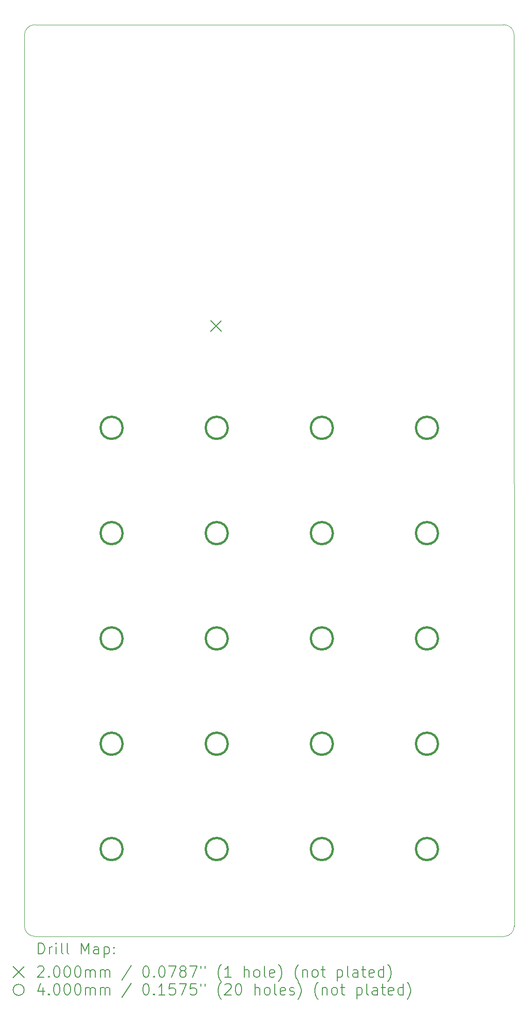
<source format=gbr>
%TF.GenerationSoftware,KiCad,Pcbnew,(6.0.7)*%
%TF.CreationDate,2022-08-27T21:19:27-07:00*%
%TF.ProjectId,EB3,4542332e-6b69-4636-9164-5f7063625858,rev?*%
%TF.SameCoordinates,Original*%
%TF.FileFunction,Drillmap*%
%TF.FilePolarity,Positive*%
%FSLAX45Y45*%
G04 Gerber Fmt 4.5, Leading zero omitted, Abs format (unit mm)*
G04 Created by KiCad (PCBNEW (6.0.7)) date 2022-08-27 21:19:27*
%MOMM*%
%LPD*%
G01*
G04 APERTURE LIST*
%ADD10C,0.100000*%
%ADD11C,0.200000*%
%ADD12C,0.400000*%
G04 APERTURE END LIST*
D10*
X16504836Y-18854336D02*
X16502296Y-2738204D01*
X16314336Y-19044836D02*
X7818204Y-19042296D01*
X7627704Y-2738204D02*
X7627704Y-18851796D01*
X16311796Y-2547704D02*
X7818204Y-2547704D01*
X16502296Y-2738204D02*
G75*
G03*
X16311796Y-2547704I-190496J4D01*
G01*
X7627704Y-18851796D02*
G75*
G03*
X7818204Y-19042296I190496J-4D01*
G01*
X16314336Y-19044836D02*
G75*
G03*
X16504836Y-18854336I0J190500D01*
G01*
X7818204Y-2547704D02*
G75*
G03*
X7627704Y-2738204I-4J-190496D01*
G01*
D11*
X10999800Y-7901000D02*
X11199800Y-8101000D01*
X11199800Y-7901000D02*
X10999800Y-8101000D01*
D12*
X9407500Y-9842500D02*
G75*
G03*
X9407500Y-9842500I-200000J0D01*
G01*
X9407500Y-11747500D02*
G75*
G03*
X9407500Y-11747500I-200000J0D01*
G01*
X9407500Y-13652500D02*
G75*
G03*
X9407500Y-13652500I-200000J0D01*
G01*
X9407500Y-15557500D02*
G75*
G03*
X9407500Y-15557500I-200000J0D01*
G01*
X9407500Y-17462500D02*
G75*
G03*
X9407500Y-17462500I-200000J0D01*
G01*
X11312500Y-9842500D02*
G75*
G03*
X11312500Y-9842500I-200000J0D01*
G01*
X11312500Y-11747500D02*
G75*
G03*
X11312500Y-11747500I-200000J0D01*
G01*
X11312500Y-13652500D02*
G75*
G03*
X11312500Y-13652500I-200000J0D01*
G01*
X11312500Y-15557500D02*
G75*
G03*
X11312500Y-15557500I-200000J0D01*
G01*
X11312500Y-17462500D02*
G75*
G03*
X11312500Y-17462500I-200000J0D01*
G01*
X13217500Y-9842500D02*
G75*
G03*
X13217500Y-9842500I-200000J0D01*
G01*
X13217500Y-11747500D02*
G75*
G03*
X13217500Y-11747500I-200000J0D01*
G01*
X13217500Y-13652500D02*
G75*
G03*
X13217500Y-13652500I-200000J0D01*
G01*
X13217500Y-15557500D02*
G75*
G03*
X13217500Y-15557500I-200000J0D01*
G01*
X13217500Y-17462500D02*
G75*
G03*
X13217500Y-17462500I-200000J0D01*
G01*
X15122500Y-9842500D02*
G75*
G03*
X15122500Y-9842500I-200000J0D01*
G01*
X15122500Y-11747500D02*
G75*
G03*
X15122500Y-11747500I-200000J0D01*
G01*
X15122500Y-13652500D02*
G75*
G03*
X15122500Y-13652500I-200000J0D01*
G01*
X15122500Y-15557500D02*
G75*
G03*
X15122500Y-15557500I-200000J0D01*
G01*
X15122500Y-17462500D02*
G75*
G03*
X15122500Y-17462500I-200000J0D01*
G01*
D11*
X7880323Y-19360312D02*
X7880323Y-19160312D01*
X7927942Y-19160312D01*
X7956513Y-19169836D01*
X7975561Y-19188884D01*
X7985085Y-19207931D01*
X7994608Y-19246027D01*
X7994608Y-19274598D01*
X7985085Y-19312693D01*
X7975561Y-19331741D01*
X7956513Y-19350789D01*
X7927942Y-19360312D01*
X7880323Y-19360312D01*
X8080323Y-19360312D02*
X8080323Y-19226979D01*
X8080323Y-19265074D02*
X8089847Y-19246027D01*
X8099370Y-19236503D01*
X8118418Y-19226979D01*
X8137466Y-19226979D01*
X8204132Y-19360312D02*
X8204132Y-19226979D01*
X8204132Y-19160312D02*
X8194608Y-19169836D01*
X8204132Y-19179360D01*
X8213656Y-19169836D01*
X8204132Y-19160312D01*
X8204132Y-19179360D01*
X8327942Y-19360312D02*
X8308894Y-19350789D01*
X8299370Y-19331741D01*
X8299370Y-19160312D01*
X8432704Y-19360312D02*
X8413656Y-19350789D01*
X8404132Y-19331741D01*
X8404132Y-19160312D01*
X8661275Y-19360312D02*
X8661275Y-19160312D01*
X8727942Y-19303170D01*
X8794609Y-19160312D01*
X8794609Y-19360312D01*
X8975561Y-19360312D02*
X8975561Y-19255550D01*
X8966037Y-19236503D01*
X8946990Y-19226979D01*
X8908894Y-19226979D01*
X8889847Y-19236503D01*
X8975561Y-19350789D02*
X8956513Y-19360312D01*
X8908894Y-19360312D01*
X8889847Y-19350789D01*
X8880323Y-19331741D01*
X8880323Y-19312693D01*
X8889847Y-19293646D01*
X8908894Y-19284122D01*
X8956513Y-19284122D01*
X8975561Y-19274598D01*
X9070799Y-19226979D02*
X9070799Y-19426979D01*
X9070799Y-19236503D02*
X9089847Y-19226979D01*
X9127942Y-19226979D01*
X9146990Y-19236503D01*
X9156513Y-19246027D01*
X9166037Y-19265074D01*
X9166037Y-19322217D01*
X9156513Y-19341265D01*
X9146990Y-19350789D01*
X9127942Y-19360312D01*
X9089847Y-19360312D01*
X9070799Y-19350789D01*
X9251751Y-19341265D02*
X9261275Y-19350789D01*
X9251751Y-19360312D01*
X9242228Y-19350789D01*
X9251751Y-19341265D01*
X9251751Y-19360312D01*
X9251751Y-19236503D02*
X9261275Y-19246027D01*
X9251751Y-19255550D01*
X9242228Y-19246027D01*
X9251751Y-19236503D01*
X9251751Y-19255550D01*
X7422704Y-19589836D02*
X7622704Y-19789836D01*
X7622704Y-19589836D02*
X7422704Y-19789836D01*
X7870799Y-19599360D02*
X7880323Y-19589836D01*
X7899370Y-19580312D01*
X7946989Y-19580312D01*
X7966037Y-19589836D01*
X7975561Y-19599360D01*
X7985085Y-19618408D01*
X7985085Y-19637455D01*
X7975561Y-19666027D01*
X7861275Y-19780312D01*
X7985085Y-19780312D01*
X8070799Y-19761265D02*
X8080323Y-19770789D01*
X8070799Y-19780312D01*
X8061275Y-19770789D01*
X8070799Y-19761265D01*
X8070799Y-19780312D01*
X8204132Y-19580312D02*
X8223180Y-19580312D01*
X8242228Y-19589836D01*
X8251751Y-19599360D01*
X8261275Y-19618408D01*
X8270799Y-19656503D01*
X8270799Y-19704122D01*
X8261275Y-19742217D01*
X8251751Y-19761265D01*
X8242228Y-19770789D01*
X8223180Y-19780312D01*
X8204132Y-19780312D01*
X8185085Y-19770789D01*
X8175561Y-19761265D01*
X8166037Y-19742217D01*
X8156513Y-19704122D01*
X8156513Y-19656503D01*
X8166037Y-19618408D01*
X8175561Y-19599360D01*
X8185085Y-19589836D01*
X8204132Y-19580312D01*
X8394609Y-19580312D02*
X8413656Y-19580312D01*
X8432704Y-19589836D01*
X8442228Y-19599360D01*
X8451751Y-19618408D01*
X8461275Y-19656503D01*
X8461275Y-19704122D01*
X8451751Y-19742217D01*
X8442228Y-19761265D01*
X8432704Y-19770789D01*
X8413656Y-19780312D01*
X8394609Y-19780312D01*
X8375561Y-19770789D01*
X8366037Y-19761265D01*
X8356513Y-19742217D01*
X8346989Y-19704122D01*
X8346989Y-19656503D01*
X8356513Y-19618408D01*
X8366037Y-19599360D01*
X8375561Y-19589836D01*
X8394609Y-19580312D01*
X8585085Y-19580312D02*
X8604132Y-19580312D01*
X8623180Y-19589836D01*
X8632704Y-19599360D01*
X8642228Y-19618408D01*
X8651751Y-19656503D01*
X8651751Y-19704122D01*
X8642228Y-19742217D01*
X8632704Y-19761265D01*
X8623180Y-19770789D01*
X8604132Y-19780312D01*
X8585085Y-19780312D01*
X8566037Y-19770789D01*
X8556513Y-19761265D01*
X8546990Y-19742217D01*
X8537466Y-19704122D01*
X8537466Y-19656503D01*
X8546990Y-19618408D01*
X8556513Y-19599360D01*
X8566037Y-19589836D01*
X8585085Y-19580312D01*
X8737466Y-19780312D02*
X8737466Y-19646979D01*
X8737466Y-19666027D02*
X8746990Y-19656503D01*
X8766037Y-19646979D01*
X8794609Y-19646979D01*
X8813656Y-19656503D01*
X8823180Y-19675550D01*
X8823180Y-19780312D01*
X8823180Y-19675550D02*
X8832704Y-19656503D01*
X8851751Y-19646979D01*
X8880323Y-19646979D01*
X8899370Y-19656503D01*
X8908894Y-19675550D01*
X8908894Y-19780312D01*
X9004132Y-19780312D02*
X9004132Y-19646979D01*
X9004132Y-19666027D02*
X9013656Y-19656503D01*
X9032704Y-19646979D01*
X9061275Y-19646979D01*
X9080323Y-19656503D01*
X9089847Y-19675550D01*
X9089847Y-19780312D01*
X9089847Y-19675550D02*
X9099370Y-19656503D01*
X9118418Y-19646979D01*
X9146990Y-19646979D01*
X9166037Y-19656503D01*
X9175561Y-19675550D01*
X9175561Y-19780312D01*
X9566037Y-19570789D02*
X9394609Y-19827931D01*
X9823180Y-19580312D02*
X9842228Y-19580312D01*
X9861275Y-19589836D01*
X9870799Y-19599360D01*
X9880323Y-19618408D01*
X9889847Y-19656503D01*
X9889847Y-19704122D01*
X9880323Y-19742217D01*
X9870799Y-19761265D01*
X9861275Y-19770789D01*
X9842228Y-19780312D01*
X9823180Y-19780312D01*
X9804132Y-19770789D01*
X9794609Y-19761265D01*
X9785085Y-19742217D01*
X9775561Y-19704122D01*
X9775561Y-19656503D01*
X9785085Y-19618408D01*
X9794609Y-19599360D01*
X9804132Y-19589836D01*
X9823180Y-19580312D01*
X9975561Y-19761265D02*
X9985085Y-19770789D01*
X9975561Y-19780312D01*
X9966037Y-19770789D01*
X9975561Y-19761265D01*
X9975561Y-19780312D01*
X10108894Y-19580312D02*
X10127942Y-19580312D01*
X10146990Y-19589836D01*
X10156513Y-19599360D01*
X10166037Y-19618408D01*
X10175561Y-19656503D01*
X10175561Y-19704122D01*
X10166037Y-19742217D01*
X10156513Y-19761265D01*
X10146990Y-19770789D01*
X10127942Y-19780312D01*
X10108894Y-19780312D01*
X10089847Y-19770789D01*
X10080323Y-19761265D01*
X10070799Y-19742217D01*
X10061275Y-19704122D01*
X10061275Y-19656503D01*
X10070799Y-19618408D01*
X10080323Y-19599360D01*
X10089847Y-19589836D01*
X10108894Y-19580312D01*
X10242228Y-19580312D02*
X10375561Y-19580312D01*
X10289847Y-19780312D01*
X10480323Y-19666027D02*
X10461275Y-19656503D01*
X10451751Y-19646979D01*
X10442228Y-19627931D01*
X10442228Y-19618408D01*
X10451751Y-19599360D01*
X10461275Y-19589836D01*
X10480323Y-19580312D01*
X10518418Y-19580312D01*
X10537466Y-19589836D01*
X10546990Y-19599360D01*
X10556513Y-19618408D01*
X10556513Y-19627931D01*
X10546990Y-19646979D01*
X10537466Y-19656503D01*
X10518418Y-19666027D01*
X10480323Y-19666027D01*
X10461275Y-19675550D01*
X10451751Y-19685074D01*
X10442228Y-19704122D01*
X10442228Y-19742217D01*
X10451751Y-19761265D01*
X10461275Y-19770789D01*
X10480323Y-19780312D01*
X10518418Y-19780312D01*
X10537466Y-19770789D01*
X10546990Y-19761265D01*
X10556513Y-19742217D01*
X10556513Y-19704122D01*
X10546990Y-19685074D01*
X10537466Y-19675550D01*
X10518418Y-19666027D01*
X10623180Y-19580312D02*
X10756513Y-19580312D01*
X10670799Y-19780312D01*
X10823180Y-19580312D02*
X10823180Y-19618408D01*
X10899370Y-19580312D02*
X10899370Y-19618408D01*
X11194608Y-19856503D02*
X11185085Y-19846979D01*
X11166037Y-19818408D01*
X11156513Y-19799360D01*
X11146990Y-19770789D01*
X11137466Y-19723170D01*
X11137466Y-19685074D01*
X11146990Y-19637455D01*
X11156513Y-19608884D01*
X11166037Y-19589836D01*
X11185085Y-19561265D01*
X11194608Y-19551741D01*
X11375561Y-19780312D02*
X11261275Y-19780312D01*
X11318418Y-19780312D02*
X11318418Y-19580312D01*
X11299370Y-19608884D01*
X11280323Y-19627931D01*
X11261275Y-19637455D01*
X11613656Y-19780312D02*
X11613656Y-19580312D01*
X11699370Y-19780312D02*
X11699370Y-19675550D01*
X11689847Y-19656503D01*
X11670799Y-19646979D01*
X11642228Y-19646979D01*
X11623180Y-19656503D01*
X11613656Y-19666027D01*
X11823180Y-19780312D02*
X11804132Y-19770789D01*
X11794608Y-19761265D01*
X11785085Y-19742217D01*
X11785085Y-19685074D01*
X11794608Y-19666027D01*
X11804132Y-19656503D01*
X11823180Y-19646979D01*
X11851751Y-19646979D01*
X11870799Y-19656503D01*
X11880323Y-19666027D01*
X11889847Y-19685074D01*
X11889847Y-19742217D01*
X11880323Y-19761265D01*
X11870799Y-19770789D01*
X11851751Y-19780312D01*
X11823180Y-19780312D01*
X12004132Y-19780312D02*
X11985085Y-19770789D01*
X11975561Y-19751741D01*
X11975561Y-19580312D01*
X12156513Y-19770789D02*
X12137466Y-19780312D01*
X12099370Y-19780312D01*
X12080323Y-19770789D01*
X12070799Y-19751741D01*
X12070799Y-19675550D01*
X12080323Y-19656503D01*
X12099370Y-19646979D01*
X12137466Y-19646979D01*
X12156513Y-19656503D01*
X12166037Y-19675550D01*
X12166037Y-19694598D01*
X12070799Y-19713646D01*
X12232704Y-19856503D02*
X12242228Y-19846979D01*
X12261275Y-19818408D01*
X12270799Y-19799360D01*
X12280323Y-19770789D01*
X12289847Y-19723170D01*
X12289847Y-19685074D01*
X12280323Y-19637455D01*
X12270799Y-19608884D01*
X12261275Y-19589836D01*
X12242228Y-19561265D01*
X12232704Y-19551741D01*
X12594608Y-19856503D02*
X12585085Y-19846979D01*
X12566037Y-19818408D01*
X12556513Y-19799360D01*
X12546989Y-19770789D01*
X12537466Y-19723170D01*
X12537466Y-19685074D01*
X12546989Y-19637455D01*
X12556513Y-19608884D01*
X12566037Y-19589836D01*
X12585085Y-19561265D01*
X12594608Y-19551741D01*
X12670799Y-19646979D02*
X12670799Y-19780312D01*
X12670799Y-19666027D02*
X12680323Y-19656503D01*
X12699370Y-19646979D01*
X12727942Y-19646979D01*
X12746989Y-19656503D01*
X12756513Y-19675550D01*
X12756513Y-19780312D01*
X12880323Y-19780312D02*
X12861275Y-19770789D01*
X12851751Y-19761265D01*
X12842228Y-19742217D01*
X12842228Y-19685074D01*
X12851751Y-19666027D01*
X12861275Y-19656503D01*
X12880323Y-19646979D01*
X12908894Y-19646979D01*
X12927942Y-19656503D01*
X12937466Y-19666027D01*
X12946989Y-19685074D01*
X12946989Y-19742217D01*
X12937466Y-19761265D01*
X12927942Y-19770789D01*
X12908894Y-19780312D01*
X12880323Y-19780312D01*
X13004132Y-19646979D02*
X13080323Y-19646979D01*
X13032704Y-19580312D02*
X13032704Y-19751741D01*
X13042228Y-19770789D01*
X13061275Y-19780312D01*
X13080323Y-19780312D01*
X13299370Y-19646979D02*
X13299370Y-19846979D01*
X13299370Y-19656503D02*
X13318418Y-19646979D01*
X13356513Y-19646979D01*
X13375561Y-19656503D01*
X13385085Y-19666027D01*
X13394608Y-19685074D01*
X13394608Y-19742217D01*
X13385085Y-19761265D01*
X13375561Y-19770789D01*
X13356513Y-19780312D01*
X13318418Y-19780312D01*
X13299370Y-19770789D01*
X13508894Y-19780312D02*
X13489847Y-19770789D01*
X13480323Y-19751741D01*
X13480323Y-19580312D01*
X13670799Y-19780312D02*
X13670799Y-19675550D01*
X13661275Y-19656503D01*
X13642228Y-19646979D01*
X13604132Y-19646979D01*
X13585085Y-19656503D01*
X13670799Y-19770789D02*
X13651751Y-19780312D01*
X13604132Y-19780312D01*
X13585085Y-19770789D01*
X13575561Y-19751741D01*
X13575561Y-19732693D01*
X13585085Y-19713646D01*
X13604132Y-19704122D01*
X13651751Y-19704122D01*
X13670799Y-19694598D01*
X13737466Y-19646979D02*
X13813656Y-19646979D01*
X13766037Y-19580312D02*
X13766037Y-19751741D01*
X13775561Y-19770789D01*
X13794608Y-19780312D01*
X13813656Y-19780312D01*
X13956513Y-19770789D02*
X13937466Y-19780312D01*
X13899370Y-19780312D01*
X13880323Y-19770789D01*
X13870799Y-19751741D01*
X13870799Y-19675550D01*
X13880323Y-19656503D01*
X13899370Y-19646979D01*
X13937466Y-19646979D01*
X13956513Y-19656503D01*
X13966037Y-19675550D01*
X13966037Y-19694598D01*
X13870799Y-19713646D01*
X14137466Y-19780312D02*
X14137466Y-19580312D01*
X14137466Y-19770789D02*
X14118418Y-19780312D01*
X14080323Y-19780312D01*
X14061275Y-19770789D01*
X14051751Y-19761265D01*
X14042228Y-19742217D01*
X14042228Y-19685074D01*
X14051751Y-19666027D01*
X14061275Y-19656503D01*
X14080323Y-19646979D01*
X14118418Y-19646979D01*
X14137466Y-19656503D01*
X14213656Y-19856503D02*
X14223180Y-19846979D01*
X14242228Y-19818408D01*
X14251751Y-19799360D01*
X14261275Y-19770789D01*
X14270799Y-19723170D01*
X14270799Y-19685074D01*
X14261275Y-19637455D01*
X14251751Y-19608884D01*
X14242228Y-19589836D01*
X14223180Y-19561265D01*
X14213656Y-19551741D01*
X7622704Y-20009836D02*
G75*
G03*
X7622704Y-20009836I-100000J0D01*
G01*
X7966037Y-19966979D02*
X7966037Y-20100312D01*
X7918418Y-19890789D02*
X7870799Y-20033646D01*
X7994608Y-20033646D01*
X8070799Y-20081265D02*
X8080323Y-20090789D01*
X8070799Y-20100312D01*
X8061275Y-20090789D01*
X8070799Y-20081265D01*
X8070799Y-20100312D01*
X8204132Y-19900312D02*
X8223180Y-19900312D01*
X8242228Y-19909836D01*
X8251751Y-19919360D01*
X8261275Y-19938408D01*
X8270799Y-19976503D01*
X8270799Y-20024122D01*
X8261275Y-20062217D01*
X8251751Y-20081265D01*
X8242228Y-20090789D01*
X8223180Y-20100312D01*
X8204132Y-20100312D01*
X8185085Y-20090789D01*
X8175561Y-20081265D01*
X8166037Y-20062217D01*
X8156513Y-20024122D01*
X8156513Y-19976503D01*
X8166037Y-19938408D01*
X8175561Y-19919360D01*
X8185085Y-19909836D01*
X8204132Y-19900312D01*
X8394609Y-19900312D02*
X8413656Y-19900312D01*
X8432704Y-19909836D01*
X8442228Y-19919360D01*
X8451751Y-19938408D01*
X8461275Y-19976503D01*
X8461275Y-20024122D01*
X8451751Y-20062217D01*
X8442228Y-20081265D01*
X8432704Y-20090789D01*
X8413656Y-20100312D01*
X8394609Y-20100312D01*
X8375561Y-20090789D01*
X8366037Y-20081265D01*
X8356513Y-20062217D01*
X8346989Y-20024122D01*
X8346989Y-19976503D01*
X8356513Y-19938408D01*
X8366037Y-19919360D01*
X8375561Y-19909836D01*
X8394609Y-19900312D01*
X8585085Y-19900312D02*
X8604132Y-19900312D01*
X8623180Y-19909836D01*
X8632704Y-19919360D01*
X8642228Y-19938408D01*
X8651751Y-19976503D01*
X8651751Y-20024122D01*
X8642228Y-20062217D01*
X8632704Y-20081265D01*
X8623180Y-20090789D01*
X8604132Y-20100312D01*
X8585085Y-20100312D01*
X8566037Y-20090789D01*
X8556513Y-20081265D01*
X8546990Y-20062217D01*
X8537466Y-20024122D01*
X8537466Y-19976503D01*
X8546990Y-19938408D01*
X8556513Y-19919360D01*
X8566037Y-19909836D01*
X8585085Y-19900312D01*
X8737466Y-20100312D02*
X8737466Y-19966979D01*
X8737466Y-19986027D02*
X8746990Y-19976503D01*
X8766037Y-19966979D01*
X8794609Y-19966979D01*
X8813656Y-19976503D01*
X8823180Y-19995550D01*
X8823180Y-20100312D01*
X8823180Y-19995550D02*
X8832704Y-19976503D01*
X8851751Y-19966979D01*
X8880323Y-19966979D01*
X8899370Y-19976503D01*
X8908894Y-19995550D01*
X8908894Y-20100312D01*
X9004132Y-20100312D02*
X9004132Y-19966979D01*
X9004132Y-19986027D02*
X9013656Y-19976503D01*
X9032704Y-19966979D01*
X9061275Y-19966979D01*
X9080323Y-19976503D01*
X9089847Y-19995550D01*
X9089847Y-20100312D01*
X9089847Y-19995550D02*
X9099370Y-19976503D01*
X9118418Y-19966979D01*
X9146990Y-19966979D01*
X9166037Y-19976503D01*
X9175561Y-19995550D01*
X9175561Y-20100312D01*
X9566037Y-19890789D02*
X9394609Y-20147931D01*
X9823180Y-19900312D02*
X9842228Y-19900312D01*
X9861275Y-19909836D01*
X9870799Y-19919360D01*
X9880323Y-19938408D01*
X9889847Y-19976503D01*
X9889847Y-20024122D01*
X9880323Y-20062217D01*
X9870799Y-20081265D01*
X9861275Y-20090789D01*
X9842228Y-20100312D01*
X9823180Y-20100312D01*
X9804132Y-20090789D01*
X9794609Y-20081265D01*
X9785085Y-20062217D01*
X9775561Y-20024122D01*
X9775561Y-19976503D01*
X9785085Y-19938408D01*
X9794609Y-19919360D01*
X9804132Y-19909836D01*
X9823180Y-19900312D01*
X9975561Y-20081265D02*
X9985085Y-20090789D01*
X9975561Y-20100312D01*
X9966037Y-20090789D01*
X9975561Y-20081265D01*
X9975561Y-20100312D01*
X10175561Y-20100312D02*
X10061275Y-20100312D01*
X10118418Y-20100312D02*
X10118418Y-19900312D01*
X10099370Y-19928884D01*
X10080323Y-19947931D01*
X10061275Y-19957455D01*
X10356513Y-19900312D02*
X10261275Y-19900312D01*
X10251751Y-19995550D01*
X10261275Y-19986027D01*
X10280323Y-19976503D01*
X10327942Y-19976503D01*
X10346990Y-19986027D01*
X10356513Y-19995550D01*
X10366037Y-20014598D01*
X10366037Y-20062217D01*
X10356513Y-20081265D01*
X10346990Y-20090789D01*
X10327942Y-20100312D01*
X10280323Y-20100312D01*
X10261275Y-20090789D01*
X10251751Y-20081265D01*
X10432704Y-19900312D02*
X10566037Y-19900312D01*
X10480323Y-20100312D01*
X10737466Y-19900312D02*
X10642228Y-19900312D01*
X10632704Y-19995550D01*
X10642228Y-19986027D01*
X10661275Y-19976503D01*
X10708894Y-19976503D01*
X10727942Y-19986027D01*
X10737466Y-19995550D01*
X10746990Y-20014598D01*
X10746990Y-20062217D01*
X10737466Y-20081265D01*
X10727942Y-20090789D01*
X10708894Y-20100312D01*
X10661275Y-20100312D01*
X10642228Y-20090789D01*
X10632704Y-20081265D01*
X10823180Y-19900312D02*
X10823180Y-19938408D01*
X10899370Y-19900312D02*
X10899370Y-19938408D01*
X11194608Y-20176503D02*
X11185085Y-20166979D01*
X11166037Y-20138408D01*
X11156513Y-20119360D01*
X11146990Y-20090789D01*
X11137466Y-20043170D01*
X11137466Y-20005074D01*
X11146990Y-19957455D01*
X11156513Y-19928884D01*
X11166037Y-19909836D01*
X11185085Y-19881265D01*
X11194608Y-19871741D01*
X11261275Y-19919360D02*
X11270799Y-19909836D01*
X11289847Y-19900312D01*
X11337466Y-19900312D01*
X11356513Y-19909836D01*
X11366037Y-19919360D01*
X11375561Y-19938408D01*
X11375561Y-19957455D01*
X11366037Y-19986027D01*
X11251751Y-20100312D01*
X11375561Y-20100312D01*
X11499370Y-19900312D02*
X11518418Y-19900312D01*
X11537466Y-19909836D01*
X11546989Y-19919360D01*
X11556513Y-19938408D01*
X11566037Y-19976503D01*
X11566037Y-20024122D01*
X11556513Y-20062217D01*
X11546989Y-20081265D01*
X11537466Y-20090789D01*
X11518418Y-20100312D01*
X11499370Y-20100312D01*
X11480323Y-20090789D01*
X11470799Y-20081265D01*
X11461275Y-20062217D01*
X11451751Y-20024122D01*
X11451751Y-19976503D01*
X11461275Y-19938408D01*
X11470799Y-19919360D01*
X11480323Y-19909836D01*
X11499370Y-19900312D01*
X11804132Y-20100312D02*
X11804132Y-19900312D01*
X11889847Y-20100312D02*
X11889847Y-19995550D01*
X11880323Y-19976503D01*
X11861275Y-19966979D01*
X11832704Y-19966979D01*
X11813656Y-19976503D01*
X11804132Y-19986027D01*
X12013656Y-20100312D02*
X11994608Y-20090789D01*
X11985085Y-20081265D01*
X11975561Y-20062217D01*
X11975561Y-20005074D01*
X11985085Y-19986027D01*
X11994608Y-19976503D01*
X12013656Y-19966979D01*
X12042228Y-19966979D01*
X12061275Y-19976503D01*
X12070799Y-19986027D01*
X12080323Y-20005074D01*
X12080323Y-20062217D01*
X12070799Y-20081265D01*
X12061275Y-20090789D01*
X12042228Y-20100312D01*
X12013656Y-20100312D01*
X12194608Y-20100312D02*
X12175561Y-20090789D01*
X12166037Y-20071741D01*
X12166037Y-19900312D01*
X12346989Y-20090789D02*
X12327942Y-20100312D01*
X12289847Y-20100312D01*
X12270799Y-20090789D01*
X12261275Y-20071741D01*
X12261275Y-19995550D01*
X12270799Y-19976503D01*
X12289847Y-19966979D01*
X12327942Y-19966979D01*
X12346989Y-19976503D01*
X12356513Y-19995550D01*
X12356513Y-20014598D01*
X12261275Y-20033646D01*
X12432704Y-20090789D02*
X12451751Y-20100312D01*
X12489847Y-20100312D01*
X12508894Y-20090789D01*
X12518418Y-20071741D01*
X12518418Y-20062217D01*
X12508894Y-20043170D01*
X12489847Y-20033646D01*
X12461275Y-20033646D01*
X12442228Y-20024122D01*
X12432704Y-20005074D01*
X12432704Y-19995550D01*
X12442228Y-19976503D01*
X12461275Y-19966979D01*
X12489847Y-19966979D01*
X12508894Y-19976503D01*
X12585085Y-20176503D02*
X12594608Y-20166979D01*
X12613656Y-20138408D01*
X12623180Y-20119360D01*
X12632704Y-20090789D01*
X12642228Y-20043170D01*
X12642228Y-20005074D01*
X12632704Y-19957455D01*
X12623180Y-19928884D01*
X12613656Y-19909836D01*
X12594608Y-19881265D01*
X12585085Y-19871741D01*
X12946989Y-20176503D02*
X12937466Y-20166979D01*
X12918418Y-20138408D01*
X12908894Y-20119360D01*
X12899370Y-20090789D01*
X12889847Y-20043170D01*
X12889847Y-20005074D01*
X12899370Y-19957455D01*
X12908894Y-19928884D01*
X12918418Y-19909836D01*
X12937466Y-19881265D01*
X12946989Y-19871741D01*
X13023180Y-19966979D02*
X13023180Y-20100312D01*
X13023180Y-19986027D02*
X13032704Y-19976503D01*
X13051751Y-19966979D01*
X13080323Y-19966979D01*
X13099370Y-19976503D01*
X13108894Y-19995550D01*
X13108894Y-20100312D01*
X13232704Y-20100312D02*
X13213656Y-20090789D01*
X13204132Y-20081265D01*
X13194608Y-20062217D01*
X13194608Y-20005074D01*
X13204132Y-19986027D01*
X13213656Y-19976503D01*
X13232704Y-19966979D01*
X13261275Y-19966979D01*
X13280323Y-19976503D01*
X13289847Y-19986027D01*
X13299370Y-20005074D01*
X13299370Y-20062217D01*
X13289847Y-20081265D01*
X13280323Y-20090789D01*
X13261275Y-20100312D01*
X13232704Y-20100312D01*
X13356513Y-19966979D02*
X13432704Y-19966979D01*
X13385085Y-19900312D02*
X13385085Y-20071741D01*
X13394608Y-20090789D01*
X13413656Y-20100312D01*
X13432704Y-20100312D01*
X13651751Y-19966979D02*
X13651751Y-20166979D01*
X13651751Y-19976503D02*
X13670799Y-19966979D01*
X13708894Y-19966979D01*
X13727942Y-19976503D01*
X13737466Y-19986027D01*
X13746989Y-20005074D01*
X13746989Y-20062217D01*
X13737466Y-20081265D01*
X13727942Y-20090789D01*
X13708894Y-20100312D01*
X13670799Y-20100312D01*
X13651751Y-20090789D01*
X13861275Y-20100312D02*
X13842228Y-20090789D01*
X13832704Y-20071741D01*
X13832704Y-19900312D01*
X14023180Y-20100312D02*
X14023180Y-19995550D01*
X14013656Y-19976503D01*
X13994608Y-19966979D01*
X13956513Y-19966979D01*
X13937466Y-19976503D01*
X14023180Y-20090789D02*
X14004132Y-20100312D01*
X13956513Y-20100312D01*
X13937466Y-20090789D01*
X13927942Y-20071741D01*
X13927942Y-20052693D01*
X13937466Y-20033646D01*
X13956513Y-20024122D01*
X14004132Y-20024122D01*
X14023180Y-20014598D01*
X14089847Y-19966979D02*
X14166037Y-19966979D01*
X14118418Y-19900312D02*
X14118418Y-20071741D01*
X14127942Y-20090789D01*
X14146989Y-20100312D01*
X14166037Y-20100312D01*
X14308894Y-20090789D02*
X14289847Y-20100312D01*
X14251751Y-20100312D01*
X14232704Y-20090789D01*
X14223180Y-20071741D01*
X14223180Y-19995550D01*
X14232704Y-19976503D01*
X14251751Y-19966979D01*
X14289847Y-19966979D01*
X14308894Y-19976503D01*
X14318418Y-19995550D01*
X14318418Y-20014598D01*
X14223180Y-20033646D01*
X14489847Y-20100312D02*
X14489847Y-19900312D01*
X14489847Y-20090789D02*
X14470799Y-20100312D01*
X14432704Y-20100312D01*
X14413656Y-20090789D01*
X14404132Y-20081265D01*
X14394608Y-20062217D01*
X14394608Y-20005074D01*
X14404132Y-19986027D01*
X14413656Y-19976503D01*
X14432704Y-19966979D01*
X14470799Y-19966979D01*
X14489847Y-19976503D01*
X14566037Y-20176503D02*
X14575561Y-20166979D01*
X14594608Y-20138408D01*
X14604132Y-20119360D01*
X14613656Y-20090789D01*
X14623180Y-20043170D01*
X14623180Y-20005074D01*
X14613656Y-19957455D01*
X14604132Y-19928884D01*
X14594608Y-19909836D01*
X14575561Y-19881265D01*
X14566037Y-19871741D01*
M02*

</source>
